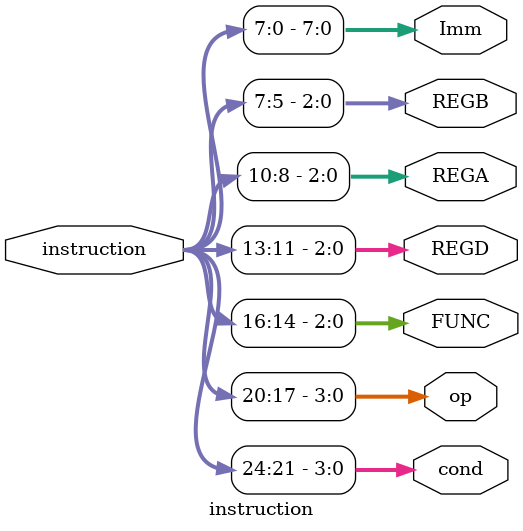
<source format=sv>
`timescale 1ns / 1ps


module instruction(
    input reg [24:0] instruction,
    output reg [3:0] cond, op, output reg [2:0] FUNC, REGD, REGA, REGB, output reg [7:0] Imm 
    );
    always @ (*)
    begin
        cond <= instruction[24:21];
        op <= instruction[20:17];
        FUNC <= instruction[16:14];
        REGD <= instruction[13:11];
        REGA <= instruction[10:8];
        REGB <= instruction[7:5];
        Imm <= instruction[7:0];
    end
endmodule

</source>
